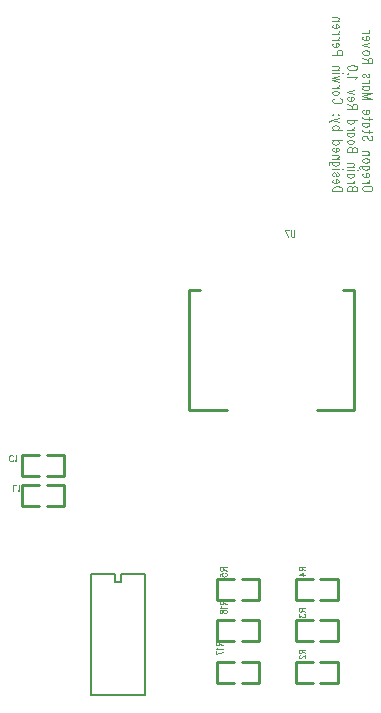
<source format=gbo>
*
*
G04 PADS 9.3.1 Build Number: 456998 generated Gerber (RS-274-X) file*
G04 PC Version=2.1*
*
%IN "BrainBoard.pcb"*%
*
%MOIN*%
*
%FSLAX35Y35*%
*
*
*
*
G04 PC Standard Apertures*
*
*
G04 Thermal Relief Aperture macro.*
%AMTER*
1,1,$1,0,0*
1,0,$1-$2,0,0*
21,0,$3,$4,0,0,45*
21,0,$3,$4,0,0,135*
%
*
*
G04 Annular Aperture macro.*
%AMANN*
1,1,$1,0,0*
1,0,$2,0,0*
%
*
*
G04 Odd Aperture macro.*
%AMODD*
1,1,$1,0,0*
1,0,$1-0.005,0,0*
%
*
*
G04 PC Custom Aperture Macros*
*
*
*
*
*
*
G04 PC Aperture Table*
*
%ADD010C,0.001*%
%ADD011C,0.01*%
%ADD186C,0.002*%
%ADD187C,0.00787*%
*
*
*
*
G04 PC Circuitry*
G04 Layer Name BrainBoard.pcb - circuitry*
%LPD*%
*
*
G04 PC Custom Flashes*
G04 Layer Name BrainBoard.pcb - flashes*
%LPD*%
*
*
G04 PC Circuitry*
G04 Layer Name BrainBoard.pcb - circuitry*
%LPD*%
*
G54D10*
G01X18063Y96957D02*
Y99254D01*
X19018*
X19733Y97395D02*
X19893Y97285D01*
X20131Y96957*
Y99254*
X18006Y107504D02*
X17927Y107285D01*
X17768Y107066*
X17608Y106957*
X17290*
X17131Y107066*
X16972Y107285*
X16893Y107504*
X16813Y107832*
Y108379*
X16893Y108707*
X16972Y108926*
X17131Y109145*
X17290Y109254*
X17608*
X17768Y109145*
X17927Y108926*
X18006Y108707*
X18722Y107395D02*
X18881Y107285D01*
X19120Y106957*
Y109254*
X85766Y46754D02*
X88063D01*
X85766D02*
Y46038D01*
X85875Y45799*
X85985Y45720*
X86204Y45640*
X86422*
X86641Y45720*
X86750Y45799*
X86860Y46038*
Y46754*
Y46197D02*
X88063Y45640D01*
X86204Y44924D02*
X86094Y44765D01*
X85766Y44527*
X88063*
X85766Y42697D02*
X88063Y43493D01*
X85766Y43811D02*
Y42697D01*
X87016Y60504D02*
X89313D01*
X87016D02*
Y59788D01*
X87125Y59549*
X87235Y59470*
X87454Y59390*
X87672*
X87891Y59470*
X88000Y59549*
X88110Y59788*
Y60504*
Y59947D02*
X89313Y59390D01*
X87454Y58674D02*
X87344Y58515D01*
X87016Y58277*
X89313*
X87016Y57163D02*
X87125Y57402D01*
X87344Y57481*
X87563*
X87782Y57402*
X87891Y57243*
X88000Y56924*
X88110Y56686*
X88329Y56527*
X88547Y56447*
X88875*
X89094Y56527*
X89204Y56606*
X89313Y56845*
Y57163*
X89204Y57402*
X89094Y57481*
X88875Y57561*
X88547*
X88329Y57481*
X88110Y57322*
X88000Y57083*
X87891Y56765*
X87782Y56606*
X87563Y56527*
X87344*
X87125Y56606*
X87016Y56845*
Y57163*
X113266Y44254D02*
X115563D01*
X113266D02*
Y43538D01*
X113375Y43299*
X113485Y43220*
X113704Y43140*
X113922*
X114141Y43220*
X114250Y43299*
X114360Y43538*
Y44254*
Y43697D02*
X115563Y43140D01*
X113813Y42345D02*
X113704D01*
X113485Y42265*
X113375Y42186*
X113266Y42027*
Y41708*
X113375Y41549*
X113485Y41470*
X113704Y41390*
X113922*
X114141Y41470*
X114469Y41629*
X115563Y42424*
Y41311*
X113266Y58004D02*
X115563D01*
X113266D02*
Y57288D01*
X113375Y57049*
X113485Y56970*
X113704Y56890*
X113922*
X114141Y56970*
X114250Y57049*
X114360Y57288*
Y58004*
Y57447D02*
X115563Y56890D01*
X113266Y56015D02*
Y55140D01*
X114141Y55618*
Y55379*
X114250Y55220*
X114360Y55140*
X114688Y55061*
X114907*
X115235Y55140*
X115454Y55299*
X115563Y55538*
Y55777*
X115454Y56015*
X115344Y56095*
X115125Y56174*
X113266Y71754D02*
X115563D01*
X113266D02*
Y71038D01*
X113375Y70799*
X113485Y70720*
X113704Y70640*
X113922*
X114141Y70720*
X114250Y70799*
X114360Y71038*
Y71754*
Y71197D02*
X115563Y70640D01*
X113266Y69129D02*
X114797Y69924D01*
Y68731*
X113266Y69129D02*
X115563D01*
X87016Y71626D02*
X89313D01*
X87016D02*
Y70910D01*
X87125Y70671*
X87235Y70592*
X87454Y70512*
X87672*
X87891Y70592*
X88000Y70671*
X88110Y70910*
Y71626*
Y71069D02*
X89313Y70512D01*
X87016Y68762D02*
Y69558D01*
X88000Y69637*
X87891Y69558*
X87782Y69319*
Y69081*
X87891Y68842*
X88110Y68683*
X88438Y68603*
X88657Y68683*
X88985Y68762*
X89204Y68921*
X89313Y69160*
Y69399*
X89204Y69637*
X89094Y69717*
X88875Y69796*
X111813Y184051D02*
Y182410D01*
X111733Y182082*
X111574Y181863*
X111336Y181754*
X111177*
X110938Y181863*
X110779Y182082*
X110699Y182410*
Y184051*
X108870D02*
X109665Y181754D01*
X109983Y184051D02*
X108870D01*
G54D11*
X29263Y99004D02*
X35063D01*
Y92004*
X29263*
X26863Y99004D02*
X21063D01*
Y92004*
X26863*
Y102004D02*
X21063D01*
Y109004*
X26863*
X29263Y102004D02*
X35063D01*
Y109004*
X29263*
X94263Y40254D02*
X100063D01*
Y33254*
X94263*
X91863Y40254D02*
X86063D01*
Y33254*
X91863*
X94263Y54004D02*
X100063D01*
Y47004*
X94263*
X91863Y54004D02*
X86063D01*
Y47004*
X91863*
X120513Y40254D02*
X126313D01*
Y33254*
X120513*
X118113Y40254D02*
X112313D01*
Y33254*
X118113*
X120513Y54004D02*
X126313D01*
Y47004*
X120513*
X118113Y54004D02*
X112313D01*
Y47004*
X118113*
Y60754D02*
X112313D01*
Y67754*
X118113*
X120513Y60754D02*
X126313D01*
Y67754*
X120513*
X94263Y67626D02*
X100063D01*
Y60626*
X94263*
X91863Y67626D02*
X86063D01*
Y60626*
X91863*
X80563Y164254D02*
X76813D01*
Y124254*
X89313*
X119313D02*
X131813D01*
Y164254*
X128063*
G54D186*
X137832Y197721D02*
X137676Y197494D01*
X137364Y197267*
X137051Y197153*
X136582Y197039*
X135801*
X135332Y197153*
X135020Y197267*
X134707Y197494*
X134551Y197721*
Y198176*
X134707Y198403*
X135020Y198630*
X135332Y198744*
X135801Y198858*
X136582*
X137051Y198744*
X137364Y198630*
X137676Y198403*
X137832Y198176*
Y197721*
X136739Y199880D02*
X134551D01*
X135801D02*
X136270Y199994D01*
X136582Y200221*
X136739Y200448*
Y200789*
X135801Y201812D02*
Y203176D01*
X136114*
X136426Y203062*
X136582Y202948*
X136739Y202721*
Y202380*
X136582Y202153*
X136270Y201926*
X135801Y201812*
X135489*
X135020Y201926*
X134707Y202153*
X134551Y202380*
Y202721*
X134707Y202948*
X135020Y203176*
X136739Y205562D02*
X134239D01*
X133770Y205448*
X133614Y205335*
X133457Y205108*
Y204767*
X133614Y204539*
X136270Y205562D02*
X136582Y205335D01*
X136739Y205108*
Y204767*
X136582Y204539*
X136270Y204312*
X135801Y204198*
X135489*
X135020Y204312*
X134707Y204539*
X134551Y204767*
Y205108*
X134707Y205335*
X135020Y205562*
X136739Y207153D02*
X136582Y206926D01*
X136270Y206698*
X135801Y206585*
X135489*
X135020Y206698*
X134707Y206926*
X134551Y207153*
Y207494*
X134707Y207721*
X135020Y207948*
X135489Y208062*
X135801*
X136270Y207948*
X136582Y207721*
X136739Y207494*
Y207153*
Y209085D02*
X134551D01*
X136114D02*
X136582Y209426D01*
X136739Y209653*
Y209994*
X136582Y210221*
X136114Y210335*
X134551*
X137364Y215562D02*
X137676Y215335D01*
X137832Y214994*
Y214539*
X137676Y214198*
X137364Y213971*
X137051*
X136739Y214085*
X136582Y214198*
X136426Y214426*
X136114Y215108*
X135957Y215335*
X135801Y215448*
X135489Y215562*
X135020*
X134707Y215335*
X134551Y214994*
Y214539*
X134707Y214198*
X135020Y213971*
X137832Y216926D02*
X135176D01*
X134707Y217039*
X134551Y217267*
Y217494*
X136739Y216585D02*
Y217380D01*
Y219880D02*
X134551D01*
X136270D02*
X136582Y219653D01*
X136739Y219426*
Y219085*
X136582Y218858*
X136270Y218630*
X135801Y218517*
X135489*
X135020Y218630*
X134707Y218858*
X134551Y219085*
Y219426*
X134707Y219653*
X135020Y219880*
X137832Y221244D02*
X135176D01*
X134707Y221358*
X134551Y221585*
Y221812*
X136739Y220903D02*
Y221698D01*
X135801Y222835D02*
Y224198D01*
X136114*
X136426Y224085*
X136582Y223971*
X136739Y223744*
Y223403*
X136582Y223176*
X136270Y222948*
X135801Y222835*
X135489*
X135020Y222948*
X134707Y223176*
X134551Y223403*
Y223744*
X134707Y223971*
X135020Y224198*
X137832Y227835D02*
X134551D01*
X137832D02*
X134551Y228744D01*
X137832Y229653D02*
X134551Y228744D01*
X137832Y229653D02*
X134551D01*
X136739Y232039D02*
X134551D01*
X136270D02*
X136582Y231812D01*
X136739Y231585*
Y231244*
X136582Y231017*
X136270Y230789*
X135801Y230676*
X135489*
X135020Y230789*
X134707Y231017*
X134551Y231244*
Y231585*
X134707Y231812*
X135020Y232039*
X136739Y233062D02*
X134551D01*
X135801D02*
X136270Y233176D01*
X136582Y233403*
X136739Y233630*
Y233971*
X136270Y236244D02*
X136582Y236130D01*
X136739Y235789*
Y235448*
X136582Y235108*
X136270Y234994*
X135957Y235108*
X135801Y235335*
X135645Y235903*
X135489Y236130*
X135176Y236244*
X135020*
X134707Y236130*
X134551Y235789*
Y235448*
X134707Y235108*
X135020Y234994*
X137832Y239880D02*
X134551D01*
X137832D02*
Y240903D01*
X137676Y241244*
X137520Y241358*
X137207Y241471*
X136895*
X136582Y241358*
X136426Y241244*
X136270Y240903*
Y239880*
Y240676D02*
X134551Y241471D01*
X136739Y243062D02*
X136582Y242835D01*
X136270Y242608*
X135801Y242494*
X135489*
X135020Y242608*
X134707Y242835*
X134551Y243062*
Y243403*
X134707Y243630*
X135020Y243858*
X135489Y243971*
X135801*
X136270Y243858*
X136582Y243630*
X136739Y243403*
Y243062*
Y244994D02*
X134551Y245676D01*
X136739Y246358D02*
X134551Y245676D01*
X135801Y247380D02*
Y248744D01*
X136114*
X136426Y248630*
X136582Y248517*
X136739Y248289*
Y247948*
X136582Y247721*
X136270Y247494*
X135801Y247380*
X135489*
X135020Y247494*
X134707Y247721*
X134551Y247948*
Y248289*
X134707Y248517*
X135020Y248744*
X136739Y249767D02*
X134551D01*
X135801D02*
X136270Y249880D01*
X136582Y250108*
X136739Y250335*
Y250676*
X132793Y197039D02*
X129512D01*
X132793D02*
Y198062D01*
X132637Y198403*
X132481Y198517*
X132168Y198630*
X131856*
X131543Y198517*
X131387Y198403*
X131231Y198062*
Y197039D02*
Y198062D01*
X131074Y198403*
X130918Y198517*
X130606Y198630*
X130137*
X129824Y198517*
X129668Y198403*
X129512Y198062*
Y197039*
X131699Y199653D02*
X129512D01*
X130762D02*
X131231Y199767D01*
X131543Y199994*
X131699Y200221*
Y200562*
Y202948D02*
X129512D01*
X131231D02*
X131543Y202721D01*
X131699Y202494*
Y202153*
X131543Y201926*
X131231Y201698*
X130762Y201585*
X130449*
X129981Y201698*
X129668Y201926*
X129512Y202153*
Y202494*
X129668Y202721*
X129981Y202948*
X132793Y203971D02*
X132637Y204085D01*
X132793Y204198*
X132949Y204085*
X132793Y203971*
X131699Y204085D02*
X129512D01*
X131699Y205221D02*
X129512D01*
X131074D02*
X131543Y205562D01*
X131699Y205789*
Y206130*
X131543Y206358*
X131074Y206471*
X129512*
X132793Y210108D02*
X129512D01*
X132793D02*
Y211130D01*
X132637Y211471*
X132481Y211585*
X132168Y211698*
X131856*
X131543Y211585*
X131387Y211471*
X131231Y211130*
Y210108D02*
Y211130D01*
X131074Y211471*
X130918Y211585*
X130606Y211698*
X130137*
X129824Y211585*
X129668Y211471*
X129512Y211130*
Y210108*
X131699Y213289D02*
X131543Y213062D01*
X131231Y212835*
X130762Y212721*
X130449*
X129981Y212835*
X129668Y213062*
X129512Y213289*
Y213630*
X129668Y213858*
X129981Y214085*
X130449Y214198*
X130762*
X131231Y214085*
X131543Y213858*
X131699Y213630*
Y213289*
Y216585D02*
X129512D01*
X131231D02*
X131543Y216358D01*
X131699Y216130*
Y215789*
X131543Y215562*
X131231Y215335*
X130762Y215221*
X130449*
X129981Y215335*
X129668Y215562*
X129512Y215789*
Y216130*
X129668Y216358*
X129981Y216585*
X131699Y217608D02*
X129512D01*
X130762D02*
X131231Y217721D01*
X131543Y217948*
X131699Y218176*
Y218517*
X132793Y220903D02*
X129512D01*
X131231D02*
X131543Y220676D01*
X131699Y220448*
Y220108*
X131543Y219880*
X131231Y219653*
X130762Y219539*
X130449*
X129981Y219653*
X129668Y219880*
X129512Y220108*
Y220448*
X129668Y220676*
X129981Y220903*
X132793Y224539D02*
X129512D01*
X132793D02*
Y225562D01*
X132637Y225903*
X132481Y226017*
X132168Y226130*
X131856*
X131543Y226017*
X131387Y225903*
X131231Y225562*
Y224539*
Y225335D02*
X129512Y226130D01*
X130762Y227153D02*
Y228517D01*
X131074*
X131387Y228403*
X131543Y228289*
X131699Y228062*
Y227721*
X131543Y227494*
X131231Y227267*
X130762Y227153*
X130449*
X129981Y227267*
X129668Y227494*
X129512Y227721*
Y228062*
X129668Y228289*
X129981Y228517*
X131699Y229539D02*
X129512Y230221D01*
X131699Y230903D02*
X129512Y230221D01*
X132168Y234539D02*
X132324Y234767D01*
X132793Y235108*
X129512*
X129824Y236244D02*
X129668Y236130D01*
X129512Y236244*
X129668Y236358*
X129824Y236244*
X132793Y238062D02*
X132637Y237721D01*
X132168Y237494*
X131387Y237380*
X130918*
X130137Y237494*
X129668Y237721*
X129512Y238062*
Y238289*
X129668Y238630*
X130137Y238858*
X130918Y238971*
X131387*
X132168Y238858*
X132637Y238630*
X132793Y238289*
Y238062*
X127754Y197039D02*
X124472D01*
X127754D02*
Y197835D01*
X127597Y198176*
X127285Y198403*
X126972Y198517*
X126504Y198630*
X125722*
X125254Y198517*
X124941Y198403*
X124629Y198176*
X124472Y197835*
Y197039*
X125722Y199653D02*
Y201017D01*
X126035*
X126347Y200903*
X126504Y200789*
X126660Y200562*
Y200221*
X126504Y199994*
X126191Y199767*
X125722Y199653*
X125410*
X124941Y199767*
X124629Y199994*
X124472Y200221*
Y200562*
X124629Y200789*
X124941Y201017*
X126191Y203289D02*
X126504Y203176D01*
X126660Y202835*
Y202494*
X126504Y202153*
X126191Y202039*
X125879Y202153*
X125722Y202380*
X125566Y202948*
X125410Y203176*
X125097Y203289*
X124941*
X124629Y203176*
X124472Y202835*
Y202494*
X124629Y202153*
X124941Y202039*
X127754Y204312D02*
X127597Y204426D01*
X127754Y204539*
X127910Y204426*
X127754Y204312*
X126660Y204426D02*
X124472D01*
X126660Y206926D02*
X124160D01*
X123691Y206812*
X123535Y206698*
X123379Y206471*
Y206130*
X123535Y205903*
X126191Y206926D02*
X126504Y206698D01*
X126660Y206471*
Y206130*
X126504Y205903*
X126191Y205676*
X125722Y205562*
X125410*
X124941Y205676*
X124629Y205903*
X124472Y206130*
Y206471*
X124629Y206698*
X124941Y206926*
X126660Y207948D02*
X124472D01*
X126035D02*
X126504Y208289D01*
X126660Y208517*
Y208858*
X126504Y209085*
X126035Y209198*
X124472*
X125722Y210221D02*
Y211585D01*
X126035*
X126347Y211471*
X126504Y211358*
X126660Y211130*
Y210789*
X126504Y210562*
X126191Y210335*
X125722Y210221*
X125410*
X124941Y210335*
X124629Y210562*
X124472Y210789*
Y211130*
X124629Y211358*
X124941Y211585*
X127754Y213971D02*
X124472D01*
X126191D02*
X126504Y213744D01*
X126660Y213517*
Y213176*
X126504Y212948*
X126191Y212721*
X125722Y212608*
X125410*
X124941Y212721*
X124629Y212948*
X124472Y213176*
Y213517*
X124629Y213744*
X124941Y213971*
X127754Y217608D02*
X124472D01*
X126191D02*
X126504Y217835D01*
X126660Y218062*
Y218403*
X126504Y218630*
X126191Y218858*
X125722Y218971*
X125410*
X124941Y218858*
X124629Y218630*
X124472Y218403*
Y218062*
X124629Y217835*
X124941Y217608*
X126660Y220108D02*
X124472Y220789D01*
X126660Y221471D02*
X124472Y220789D01*
X123847Y220562*
X123535Y220335*
X123379Y220108*
Y219994*
X126660Y222608D02*
X126504Y222494D01*
X126347Y222608*
X126504Y222721*
X126660Y222608*
X124785D02*
X124629Y222494D01*
X124472Y222608*
X124629Y222721*
X124785Y222608*
X126972Y228062D02*
X127285Y227948D01*
X127597Y227721*
X127754Y227494*
Y227039*
X127597Y226812*
X127285Y226585*
X126972Y226471*
X126504Y226358*
X125722*
X125254Y226471*
X124941Y226585*
X124629Y226812*
X124472Y227039*
Y227494*
X124629Y227721*
X124941Y227948*
X125254Y228062*
X126660Y229653D02*
X126504Y229426D01*
X126191Y229198*
X125722Y229085*
X125410*
X124941Y229198*
X124629Y229426*
X124472Y229653*
Y229994*
X124629Y230221*
X124941Y230448*
X125410Y230562*
X125722*
X126191Y230448*
X126504Y230221*
X126660Y229994*
Y229653*
Y231585D02*
X124472D01*
X125722D02*
X126191Y231698D01*
X126504Y231926*
X126660Y232153*
Y232494*
Y233517D02*
X124472Y233971D01*
X126660Y234426D02*
X124472Y233971D01*
X126660Y234426D02*
X124472Y234880D01*
X126660Y235335D02*
X124472Y234880D01*
X127754Y236358D02*
X127597Y236471D01*
X127754Y236585*
X127910Y236471*
X127754Y236358*
X126660Y236471D02*
X124472D01*
X126660Y237608D02*
X124472D01*
X126035D02*
X126504Y237948D01*
X126660Y238176*
Y238517*
X126504Y238744*
X126035Y238858*
X124472*
X127754Y242494D02*
X124472D01*
X127754D02*
Y243517D01*
X127597Y243858*
X127441Y243971*
X127129Y244085*
X126660*
X126347Y243971*
X126191Y243858*
X126035Y243517*
Y242494*
X125722Y245108D02*
Y246471D01*
X126035*
X126347Y246358*
X126504Y246244*
X126660Y246017*
Y245676*
X126504Y245448*
X126191Y245221*
X125722Y245108*
X125410*
X124941Y245221*
X124629Y245448*
X124472Y245676*
Y246017*
X124629Y246244*
X124941Y246471*
X126660Y247494D02*
X124472D01*
X125722D02*
X126191Y247608D01*
X126504Y247835*
X126660Y248062*
Y248403*
Y249426D02*
X124472D01*
X125722D02*
X126191Y249539D01*
X126504Y249767*
X126660Y249994*
Y250335*
X125722Y251358D02*
Y252721D01*
X126035*
X126347Y252608*
X126504Y252494*
X126660Y252267*
Y251926*
X126504Y251698*
X126191Y251471*
X125722Y251358*
X125410*
X124941Y251471*
X124629Y251698*
X124472Y251926*
Y252267*
X124629Y252494*
X124941Y252721*
X126660Y253744D02*
X124472D01*
X126035D02*
X126504Y254085D01*
X126660Y254312*
Y254653*
X126504Y254880*
X126035Y254994*
X124472*
G54D187*
X62118Y69333D02*
X54195D01*
Y66823*
X51931*
Y69333*
X44008*
Y29175*
X62118*
Y69333*
X0Y0D02*
M02*

</source>
